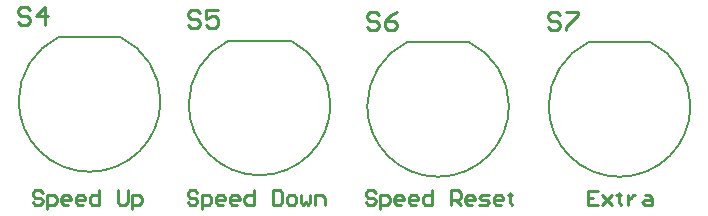
<source format=gto>
G04*
G04 #@! TF.GenerationSoftware,Altium Limited,Altium Designer,21.7.2 (23)*
G04*
G04 Layer_Color=65535*
%FSLAX25Y25*%
%MOIN*%
G70*
G04*
G04 #@! TF.SameCoordinates,8D50E169-6EBF-4F53-8ABA-2A95F56EF69C*
G04*
G04*
G04 #@! TF.FilePolarity,Positive*
G04*
G01*
G75*
%ADD10C,0.00500*%
%ADD11C,0.01000*%
D10*
X296646Y451231D02*
G03*
X283378Y429998I10356J-21234D01*
G01*
X330622Y429991D02*
G03*
X317348Y451234I-23635J0D01*
G01*
X283378Y430000D02*
G03*
X330622Y430000I23622J0D01*
G01*
X119989Y452889D02*
G03*
X106720Y431655I10356J-21234D01*
G01*
X153965Y431649D02*
G03*
X140691Y452892I-23635J0D01*
G01*
X106720Y431658D02*
G03*
X153965Y431658I23622J0D01*
G01*
X176646Y451731D02*
G03*
X163378Y430498I10356J-21234D01*
G01*
X210622Y430491D02*
G03*
X197348Y451734I-23635J0D01*
G01*
X163378Y430500D02*
G03*
X210622Y430500I23622J0D01*
G01*
X236146Y451231D02*
G03*
X222878Y429998I10356J-21234D01*
G01*
X270122Y429991D02*
G03*
X256848Y451234I-23635J0D01*
G01*
X222878Y430000D02*
G03*
X270122Y430000I23622J0D01*
G01*
X296705Y451260D02*
X317295D01*
X120047Y452917D02*
X140638D01*
X176705Y451760D02*
X197295D01*
X236205Y451260D02*
X256795D01*
D11*
X299649Y401723D02*
X296500D01*
Y397000D01*
X299649D01*
X296500Y399361D02*
X298074D01*
X301223Y400149D02*
X304372Y397000D01*
X302797Y398574D01*
X304372Y400149D01*
X301223Y397000D01*
X306733Y400936D02*
Y400149D01*
X305946D01*
X307520D01*
X306733D01*
Y397787D01*
X307520Y397000D01*
X309881Y400149D02*
Y397000D01*
Y398574D01*
X310669Y399361D01*
X311456Y400149D01*
X312243D01*
X315391D02*
X316966D01*
X317753Y399361D01*
Y397000D01*
X315391D01*
X314604Y397787D01*
X315391Y398574D01*
X317753D01*
X225649Y401010D02*
X224861Y401797D01*
X223287D01*
X222500Y401010D01*
Y400223D01*
X223287Y399436D01*
X224861D01*
X225649Y398649D01*
Y397861D01*
X224861Y397074D01*
X223287D01*
X222500Y397861D01*
X227223Y395500D02*
Y400223D01*
X229584D01*
X230371Y399436D01*
Y397861D01*
X229584Y397074D01*
X227223D01*
X234307D02*
X232733D01*
X231946Y397861D01*
Y399436D01*
X232733Y400223D01*
X234307D01*
X235094Y399436D01*
Y398649D01*
X231946D01*
X239030Y397074D02*
X237456D01*
X236669Y397861D01*
Y399436D01*
X237456Y400223D01*
X239030D01*
X239817Y399436D01*
Y398649D01*
X236669D01*
X244540Y401797D02*
Y397074D01*
X242179D01*
X241391Y397861D01*
Y399436D01*
X242179Y400223D01*
X244540D01*
X250837Y397074D02*
Y401797D01*
X253199D01*
X253986Y401010D01*
Y399436D01*
X253199Y398649D01*
X250837D01*
X252412D02*
X253986Y397074D01*
X257922D02*
X256347D01*
X255560Y397861D01*
Y399436D01*
X256347Y400223D01*
X257922D01*
X258709Y399436D01*
Y398649D01*
X255560D01*
X260283Y397074D02*
X262645D01*
X263432Y397861D01*
X262645Y398649D01*
X261070D01*
X260283Y399436D01*
X261070Y400223D01*
X263432D01*
X267367Y397074D02*
X265793D01*
X265006Y397861D01*
Y399436D01*
X265793Y400223D01*
X267367D01*
X268155Y399436D01*
Y398649D01*
X265006D01*
X270516Y401010D02*
Y400223D01*
X269729D01*
X271303D01*
X270516D01*
Y397861D01*
X271303Y397074D01*
X166149Y401010D02*
X165361Y401797D01*
X163787D01*
X163000Y401010D01*
Y400223D01*
X163787Y399436D01*
X165361D01*
X166149Y398649D01*
Y397861D01*
X165361Y397074D01*
X163787D01*
X163000Y397861D01*
X167723Y395500D02*
Y400223D01*
X170084D01*
X170871Y399436D01*
Y397861D01*
X170084Y397074D01*
X167723D01*
X174807D02*
X173233D01*
X172446Y397861D01*
Y399436D01*
X173233Y400223D01*
X174807D01*
X175594Y399436D01*
Y398649D01*
X172446D01*
X179530Y397074D02*
X177956D01*
X177169Y397861D01*
Y399436D01*
X177956Y400223D01*
X179530D01*
X180317Y399436D01*
Y398649D01*
X177169D01*
X185040Y401797D02*
Y397074D01*
X182679D01*
X181892Y397861D01*
Y399436D01*
X182679Y400223D01*
X185040D01*
X191337Y401797D02*
Y397074D01*
X193699D01*
X194486Y397861D01*
Y401010D01*
X193699Y401797D01*
X191337D01*
X196847Y397074D02*
X198422D01*
X199209Y397861D01*
Y399436D01*
X198422Y400223D01*
X196847D01*
X196060Y399436D01*
Y397861D01*
X196847Y397074D01*
X200783Y400223D02*
Y397861D01*
X201570Y397074D01*
X202357Y397861D01*
X203145Y397074D01*
X203932Y397861D01*
Y400223D01*
X205506Y397074D02*
Y400223D01*
X207867D01*
X208654Y399436D01*
Y397074D01*
X114649Y401010D02*
X113861Y401797D01*
X112287D01*
X111500Y401010D01*
Y400223D01*
X112287Y399436D01*
X113861D01*
X114649Y398649D01*
Y397861D01*
X113861Y397074D01*
X112287D01*
X111500Y397861D01*
X116223Y395500D02*
Y400223D01*
X118584D01*
X119371Y399436D01*
Y397861D01*
X118584Y397074D01*
X116223D01*
X123307D02*
X121733D01*
X120946Y397861D01*
Y399436D01*
X121733Y400223D01*
X123307D01*
X124094Y399436D01*
Y398649D01*
X120946D01*
X128030Y397074D02*
X126456D01*
X125669Y397861D01*
Y399436D01*
X126456Y400223D01*
X128030D01*
X128817Y399436D01*
Y398649D01*
X125669D01*
X133540Y401797D02*
Y397074D01*
X131179D01*
X130392Y397861D01*
Y399436D01*
X131179Y400223D01*
X133540D01*
X139837Y401797D02*
Y397861D01*
X140624Y397074D01*
X142199D01*
X142986Y397861D01*
Y401797D01*
X144560Y395500D02*
Y400223D01*
X146922D01*
X147709Y399436D01*
Y397861D01*
X146922Y397074D01*
X144560D01*
X287299Y460398D02*
X286299Y461398D01*
X284300D01*
X283300Y460398D01*
Y459399D01*
X284300Y458399D01*
X286299D01*
X287299Y457399D01*
Y456400D01*
X286299Y455400D01*
X284300D01*
X283300Y456400D01*
X289298Y461398D02*
X293297D01*
Y460398D01*
X289298Y456400D01*
Y455400D01*
X226799Y460398D02*
X225799Y461398D01*
X223800D01*
X222800Y460398D01*
Y459399D01*
X223800Y458399D01*
X225799D01*
X226799Y457399D01*
Y456400D01*
X225799Y455400D01*
X223800D01*
X222800Y456400D01*
X232797Y461398D02*
X230797Y460398D01*
X228798Y458399D01*
Y456400D01*
X229798Y455400D01*
X231797D01*
X232797Y456400D01*
Y457399D01*
X231797Y458399D01*
X228798D01*
X167299Y460898D02*
X166299Y461898D01*
X164300D01*
X163300Y460898D01*
Y459899D01*
X164300Y458899D01*
X166299D01*
X167299Y457899D01*
Y456900D01*
X166299Y455900D01*
X164300D01*
X163300Y456900D01*
X173297Y461898D02*
X169298D01*
Y458899D01*
X171297Y459899D01*
X172297D01*
X173297Y458899D01*
Y456900D01*
X172297Y455900D01*
X170298D01*
X169298Y456900D01*
X110599Y462098D02*
X109599Y463098D01*
X107600D01*
X106600Y462098D01*
Y461099D01*
X107600Y460099D01*
X109599D01*
X110599Y459099D01*
Y458100D01*
X109599Y457100D01*
X107600D01*
X106600Y458100D01*
X115597Y457100D02*
Y463098D01*
X112598Y460099D01*
X116597D01*
M02*

</source>
